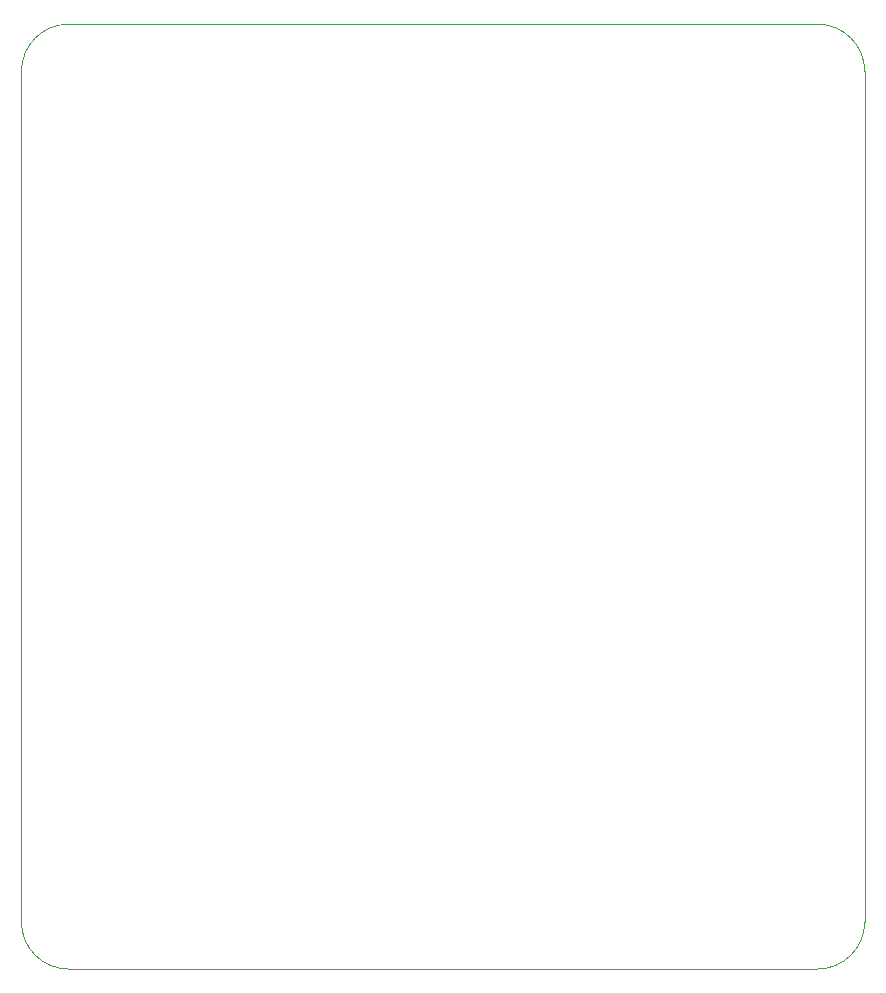
<source format=gbr>
%TF.GenerationSoftware,KiCad,Pcbnew,8.0.8*%
%TF.CreationDate,2025-03-25T11:50:14+11:00*%
%TF.ProjectId,STM32BMS,53544d33-3242-44d5-932e-6b696361645f,rev?*%
%TF.SameCoordinates,Original*%
%TF.FileFunction,Profile,NP*%
%FSLAX46Y46*%
G04 Gerber Fmt 4.6, Leading zero omitted, Abs format (unit mm)*
G04 Created by KiCad (PCBNEW 8.0.8) date 2025-03-25 11:50:14*
%MOMM*%
%LPD*%
G01*
G04 APERTURE LIST*
%TA.AperFunction,Profile*%
%ADD10C,0.050000*%
%TD*%
G04 APERTURE END LIST*
D10*
X93800000Y-71800000D02*
X157200000Y-71800000D01*
X89800000Y-75800000D02*
X89800000Y-147800000D01*
X157200000Y-151800000D02*
X93800000Y-151800000D01*
X93800000Y-151800000D02*
G75*
G02*
X89800000Y-147800000I0J4000000D01*
G01*
X89800000Y-75800000D02*
G75*
G02*
X93800000Y-71800000I4000000J0D01*
G01*
X161200000Y-75800000D02*
X161200000Y-147800000D01*
X157200000Y-71800000D02*
G75*
G02*
X161200000Y-75800000I0J-4000000D01*
G01*
X161200000Y-147800000D02*
G75*
G02*
X157200000Y-151800000I-4000000J0D01*
G01*
M02*

</source>
